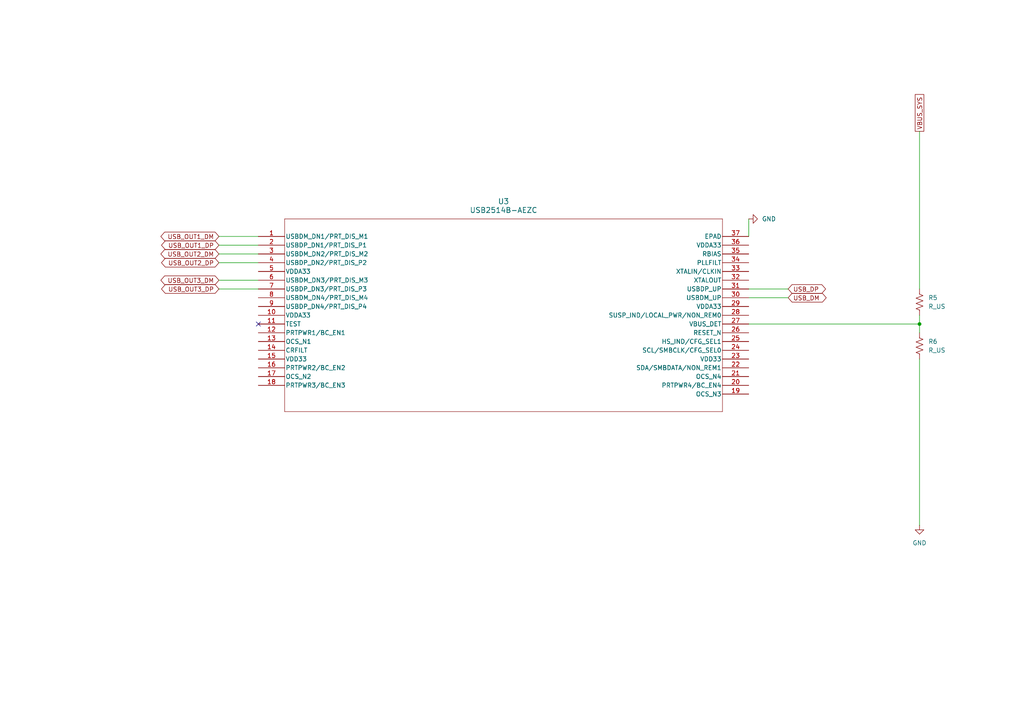
<source format=kicad_sch>
(kicad_sch
	(version 20250114)
	(generator "eeschema")
	(generator_version "9.0")
	(uuid "82fdbe28-b1e6-4cd3-a3eb-ef1f2be95fd9")
	(paper "A4")
	(lib_symbols
		(symbol "Device:R_US"
			(pin_numbers
				(hide yes)
			)
			(pin_names
				(offset 0)
			)
			(exclude_from_sim no)
			(in_bom yes)
			(on_board yes)
			(property "Reference" "R"
				(at 2.54 0 90)
				(effects
					(font
						(size 1.27 1.27)
					)
				)
			)
			(property "Value" "R_US"
				(at -2.54 0 90)
				(effects
					(font
						(size 1.27 1.27)
					)
				)
			)
			(property "Footprint" ""
				(at 1.016 -0.254 90)
				(effects
					(font
						(size 1.27 1.27)
					)
					(hide yes)
				)
			)
			(property "Datasheet" "~"
				(at 0 0 0)
				(effects
					(font
						(size 1.27 1.27)
					)
					(hide yes)
				)
			)
			(property "Description" "Resistor, US symbol"
				(at 0 0 0)
				(effects
					(font
						(size 1.27 1.27)
					)
					(hide yes)
				)
			)
			(property "ki_keywords" "R res resistor"
				(at 0 0 0)
				(effects
					(font
						(size 1.27 1.27)
					)
					(hide yes)
				)
			)
			(property "ki_fp_filters" "R_*"
				(at 0 0 0)
				(effects
					(font
						(size 1.27 1.27)
					)
					(hide yes)
				)
			)
			(symbol "R_US_0_1"
				(polyline
					(pts
						(xy 0 2.286) (xy 0 2.54)
					)
					(stroke
						(width 0)
						(type default)
					)
					(fill
						(type none)
					)
				)
				(polyline
					(pts
						(xy 0 2.286) (xy 1.016 1.905) (xy 0 1.524) (xy -1.016 1.143) (xy 0 0.762)
					)
					(stroke
						(width 0)
						(type default)
					)
					(fill
						(type none)
					)
				)
				(polyline
					(pts
						(xy 0 0.762) (xy 1.016 0.381) (xy 0 0) (xy -1.016 -0.381) (xy 0 -0.762)
					)
					(stroke
						(width 0)
						(type default)
					)
					(fill
						(type none)
					)
				)
				(polyline
					(pts
						(xy 0 -0.762) (xy 1.016 -1.143) (xy 0 -1.524) (xy -1.016 -1.905) (xy 0 -2.286)
					)
					(stroke
						(width 0)
						(type default)
					)
					(fill
						(type none)
					)
				)
				(polyline
					(pts
						(xy 0 -2.286) (xy 0 -2.54)
					)
					(stroke
						(width 0)
						(type default)
					)
					(fill
						(type none)
					)
				)
			)
			(symbol "R_US_1_1"
				(pin passive line
					(at 0 3.81 270)
					(length 1.27)
					(name "~"
						(effects
							(font
								(size 1.27 1.27)
							)
						)
					)
					(number "1"
						(effects
							(font
								(size 1.27 1.27)
							)
						)
					)
				)
				(pin passive line
					(at 0 -3.81 90)
					(length 1.27)
					(name "~"
						(effects
							(font
								(size 1.27 1.27)
							)
						)
					)
					(number "2"
						(effects
							(font
								(size 1.27 1.27)
							)
						)
					)
				)
			)
			(embedded_fonts no)
		)
		(symbol "USB2514B-AEZC:USB2514B-AEZC"
			(pin_names
				(offset 0.254)
			)
			(exclude_from_sim no)
			(in_bom yes)
			(on_board yes)
			(property "Reference" "U"
				(at 71.12 10.16 0)
				(effects
					(font
						(size 1.524 1.524)
					)
				)
			)
			(property "Value" "USB2514B-AEZC"
				(at 71.12 7.62 0)
				(effects
					(font
						(size 1.524 1.524)
					)
				)
			)
			(property "Footprint" "QFN36_6X6MC_MCH"
				(at 0 0 0)
				(effects
					(font
						(size 1.27 1.27)
						(italic yes)
					)
					(hide yes)
				)
			)
			(property "Datasheet" "USB2514B-AEZC"
				(at 0 0 0)
				(effects
					(font
						(size 1.27 1.27)
						(italic yes)
					)
					(hide yes)
				)
			)
			(property "Description" ""
				(at 0 0 0)
				(effects
					(font
						(size 1.27 1.27)
					)
					(hide yes)
				)
			)
			(property "ki_locked" ""
				(at 0 0 0)
				(effects
					(font
						(size 1.27 1.27)
					)
				)
			)
			(property "ki_keywords" "USB2514B-AEZC"
				(at 0 0 0)
				(effects
					(font
						(size 1.27 1.27)
					)
					(hide yes)
				)
			)
			(property "ki_fp_filters" "QFN36_6X6MC_MCH QFN36_6X6MC_MCH-M QFN36_6X6MC_MCH-L"
				(at 0 0 0)
				(effects
					(font
						(size 1.27 1.27)
					)
					(hide yes)
				)
			)
			(symbol "USB2514B-AEZC_0_1"
				(polyline
					(pts
						(xy 7.62 5.08) (xy 7.62 -50.8)
					)
					(stroke
						(width 0.127)
						(type default)
					)
					(fill
						(type none)
					)
				)
				(polyline
					(pts
						(xy 7.62 -50.8) (xy 134.62 -50.8)
					)
					(stroke
						(width 0.127)
						(type default)
					)
					(fill
						(type none)
					)
				)
				(polyline
					(pts
						(xy 134.62 5.08) (xy 7.62 5.08)
					)
					(stroke
						(width 0.127)
						(type default)
					)
					(fill
						(type none)
					)
				)
				(polyline
					(pts
						(xy 134.62 -50.8) (xy 134.62 5.08)
					)
					(stroke
						(width 0.127)
						(type default)
					)
					(fill
						(type none)
					)
				)
				(pin bidirectional line
					(at 0 0 0)
					(length 7.62)
					(name "USBDM_DN1/PRT_DIS_M1"
						(effects
							(font
								(size 1.27 1.27)
							)
						)
					)
					(number "1"
						(effects
							(font
								(size 1.27 1.27)
							)
						)
					)
				)
				(pin bidirectional line
					(at 0 -2.54 0)
					(length 7.62)
					(name "USBDP_DN1/PRT_DIS_P1"
						(effects
							(font
								(size 1.27 1.27)
							)
						)
					)
					(number "2"
						(effects
							(font
								(size 1.27 1.27)
							)
						)
					)
				)
				(pin bidirectional line
					(at 0 -5.08 0)
					(length 7.62)
					(name "USBDM_DN2/PRT_DIS_M2"
						(effects
							(font
								(size 1.27 1.27)
							)
						)
					)
					(number "3"
						(effects
							(font
								(size 1.27 1.27)
							)
						)
					)
				)
				(pin bidirectional line
					(at 0 -7.62 0)
					(length 7.62)
					(name "USBDP_DN2/PRT_DIS_P2"
						(effects
							(font
								(size 1.27 1.27)
							)
						)
					)
					(number "4"
						(effects
							(font
								(size 1.27 1.27)
							)
						)
					)
				)
				(pin power_in line
					(at 0 -10.16 0)
					(length 7.62)
					(name "VDDA33"
						(effects
							(font
								(size 1.27 1.27)
							)
						)
					)
					(number "5"
						(effects
							(font
								(size 1.27 1.27)
							)
						)
					)
				)
				(pin bidirectional line
					(at 0 -12.7 0)
					(length 7.62)
					(name "USBDM_DN3/PRT_DIS_M3"
						(effects
							(font
								(size 1.27 1.27)
							)
						)
					)
					(number "6"
						(effects
							(font
								(size 1.27 1.27)
							)
						)
					)
				)
				(pin bidirectional line
					(at 0 -15.24 0)
					(length 7.62)
					(name "USBDP_DN3/PRT_DIS_P3"
						(effects
							(font
								(size 1.27 1.27)
							)
						)
					)
					(number "7"
						(effects
							(font
								(size 1.27 1.27)
							)
						)
					)
				)
				(pin bidirectional line
					(at 0 -17.78 0)
					(length 7.62)
					(name "USBDM_DN4/PRT_DIS_M4"
						(effects
							(font
								(size 1.27 1.27)
							)
						)
					)
					(number "8"
						(effects
							(font
								(size 1.27 1.27)
							)
						)
					)
				)
				(pin bidirectional line
					(at 0 -20.32 0)
					(length 7.62)
					(name "USBDP_DN4/PRT_DIS_P4"
						(effects
							(font
								(size 1.27 1.27)
							)
						)
					)
					(number "9"
						(effects
							(font
								(size 1.27 1.27)
							)
						)
					)
				)
				(pin power_in line
					(at 0 -22.86 0)
					(length 7.62)
					(name "VDDA33"
						(effects
							(font
								(size 1.27 1.27)
							)
						)
					)
					(number "10"
						(effects
							(font
								(size 1.27 1.27)
							)
						)
					)
				)
				(pin bidirectional line
					(at 0 -25.4 0)
					(length 7.62)
					(name "TEST"
						(effects
							(font
								(size 1.27 1.27)
							)
						)
					)
					(number "11"
						(effects
							(font
								(size 1.27 1.27)
							)
						)
					)
				)
				(pin bidirectional line
					(at 0 -27.94 0)
					(length 7.62)
					(name "PRTPWR1/BC_EN1"
						(effects
							(font
								(size 1.27 1.27)
							)
						)
					)
					(number "12"
						(effects
							(font
								(size 1.27 1.27)
							)
						)
					)
				)
				(pin bidirectional line
					(at 0 -30.48 0)
					(length 7.62)
					(name "OCS_N1"
						(effects
							(font
								(size 1.27 1.27)
							)
						)
					)
					(number "13"
						(effects
							(font
								(size 1.27 1.27)
							)
						)
					)
				)
				(pin bidirectional line
					(at 0 -33.02 0)
					(length 7.62)
					(name "CRFILT"
						(effects
							(font
								(size 1.27 1.27)
							)
						)
					)
					(number "14"
						(effects
							(font
								(size 1.27 1.27)
							)
						)
					)
				)
				(pin power_in line
					(at 0 -35.56 0)
					(length 7.62)
					(name "VDD33"
						(effects
							(font
								(size 1.27 1.27)
							)
						)
					)
					(number "15"
						(effects
							(font
								(size 1.27 1.27)
							)
						)
					)
				)
				(pin bidirectional line
					(at 0 -38.1 0)
					(length 7.62)
					(name "PRTPWR2/BC_EN2"
						(effects
							(font
								(size 1.27 1.27)
							)
						)
					)
					(number "16"
						(effects
							(font
								(size 1.27 1.27)
							)
						)
					)
				)
				(pin bidirectional line
					(at 0 -40.64 0)
					(length 7.62)
					(name "OCS_N2"
						(effects
							(font
								(size 1.27 1.27)
							)
						)
					)
					(number "17"
						(effects
							(font
								(size 1.27 1.27)
							)
						)
					)
				)
				(pin bidirectional line
					(at 0 -43.18 0)
					(length 7.62)
					(name "PRTPWR3/BC_EN3"
						(effects
							(font
								(size 1.27 1.27)
							)
						)
					)
					(number "18"
						(effects
							(font
								(size 1.27 1.27)
							)
						)
					)
				)
				(pin unspecified line
					(at 142.24 0 180)
					(length 7.62)
					(name "EPAD"
						(effects
							(font
								(size 1.27 1.27)
							)
						)
					)
					(number "37"
						(effects
							(font
								(size 1.27 1.27)
							)
						)
					)
				)
				(pin power_in line
					(at 142.24 -2.54 180)
					(length 7.62)
					(name "VDDA33"
						(effects
							(font
								(size 1.27 1.27)
							)
						)
					)
					(number "36"
						(effects
							(font
								(size 1.27 1.27)
							)
						)
					)
				)
				(pin bidirectional line
					(at 142.24 -5.08 180)
					(length 7.62)
					(name "RBIAS"
						(effects
							(font
								(size 1.27 1.27)
							)
						)
					)
					(number "35"
						(effects
							(font
								(size 1.27 1.27)
							)
						)
					)
				)
				(pin bidirectional line
					(at 142.24 -7.62 180)
					(length 7.62)
					(name "PLLFILT"
						(effects
							(font
								(size 1.27 1.27)
							)
						)
					)
					(number "34"
						(effects
							(font
								(size 1.27 1.27)
							)
						)
					)
				)
				(pin input line
					(at 142.24 -10.16 180)
					(length 7.62)
					(name "XTALIN/CLKIN"
						(effects
							(font
								(size 1.27 1.27)
							)
						)
					)
					(number "33"
						(effects
							(font
								(size 1.27 1.27)
							)
						)
					)
				)
				(pin output line
					(at 142.24 -12.7 180)
					(length 7.62)
					(name "XTALOUT"
						(effects
							(font
								(size 1.27 1.27)
							)
						)
					)
					(number "32"
						(effects
							(font
								(size 1.27 1.27)
							)
						)
					)
				)
				(pin bidirectional line
					(at 142.24 -15.24 180)
					(length 7.62)
					(name "USBDP_UP"
						(effects
							(font
								(size 1.27 1.27)
							)
						)
					)
					(number "31"
						(effects
							(font
								(size 1.27 1.27)
							)
						)
					)
				)
				(pin bidirectional line
					(at 142.24 -17.78 180)
					(length 7.62)
					(name "USBDM_UP"
						(effects
							(font
								(size 1.27 1.27)
							)
						)
					)
					(number "30"
						(effects
							(font
								(size 1.27 1.27)
							)
						)
					)
				)
				(pin power_in line
					(at 142.24 -20.32 180)
					(length 7.62)
					(name "VDDA33"
						(effects
							(font
								(size 1.27 1.27)
							)
						)
					)
					(number "29"
						(effects
							(font
								(size 1.27 1.27)
							)
						)
					)
				)
				(pin bidirectional line
					(at 142.24 -22.86 180)
					(length 7.62)
					(name "SUSP_IND/LOCAL_PWR/NON_REM0"
						(effects
							(font
								(size 1.27 1.27)
							)
						)
					)
					(number "28"
						(effects
							(font
								(size 1.27 1.27)
							)
						)
					)
				)
				(pin bidirectional line
					(at 142.24 -25.4 180)
					(length 7.62)
					(name "VBUS_DET"
						(effects
							(font
								(size 1.27 1.27)
							)
						)
					)
					(number "27"
						(effects
							(font
								(size 1.27 1.27)
							)
						)
					)
				)
				(pin bidirectional line
					(at 142.24 -27.94 180)
					(length 7.62)
					(name "RESET_N"
						(effects
							(font
								(size 1.27 1.27)
							)
						)
					)
					(number "26"
						(effects
							(font
								(size 1.27 1.27)
							)
						)
					)
				)
				(pin bidirectional line
					(at 142.24 -30.48 180)
					(length 7.62)
					(name "HS_IND/CFG_SEL1"
						(effects
							(font
								(size 1.27 1.27)
							)
						)
					)
					(number "25"
						(effects
							(font
								(size 1.27 1.27)
							)
						)
					)
				)
				(pin bidirectional line
					(at 142.24 -33.02 180)
					(length 7.62)
					(name "SCL/SMBCLK/CFG_SEL0"
						(effects
							(font
								(size 1.27 1.27)
							)
						)
					)
					(number "24"
						(effects
							(font
								(size 1.27 1.27)
							)
						)
					)
				)
				(pin power_in line
					(at 142.24 -35.56 180)
					(length 7.62)
					(name "VDD33"
						(effects
							(font
								(size 1.27 1.27)
							)
						)
					)
					(number "23"
						(effects
							(font
								(size 1.27 1.27)
							)
						)
					)
				)
				(pin bidirectional line
					(at 142.24 -38.1 180)
					(length 7.62)
					(name "SDA/SMBDATA/NON_REM1"
						(effects
							(font
								(size 1.27 1.27)
							)
						)
					)
					(number "22"
						(effects
							(font
								(size 1.27 1.27)
							)
						)
					)
				)
				(pin bidirectional line
					(at 142.24 -40.64 180)
					(length 7.62)
					(name "OCS_N4"
						(effects
							(font
								(size 1.27 1.27)
							)
						)
					)
					(number "21"
						(effects
							(font
								(size 1.27 1.27)
							)
						)
					)
				)
				(pin bidirectional line
					(at 142.24 -43.18 180)
					(length 7.62)
					(name "PRTPWR4/BC_EN4"
						(effects
							(font
								(size 1.27 1.27)
							)
						)
					)
					(number "20"
						(effects
							(font
								(size 1.27 1.27)
							)
						)
					)
				)
				(pin bidirectional line
					(at 142.24 -45.72 180)
					(length 7.62)
					(name "OCS_N3"
						(effects
							(font
								(size 1.27 1.27)
							)
						)
					)
					(number "19"
						(effects
							(font
								(size 1.27 1.27)
							)
						)
					)
				)
			)
			(embedded_fonts no)
		)
		(symbol "power:GND"
			(power)
			(pin_numbers
				(hide yes)
			)
			(pin_names
				(offset 0)
				(hide yes)
			)
			(exclude_from_sim no)
			(in_bom yes)
			(on_board yes)
			(property "Reference" "#PWR"
				(at 0 -6.35 0)
				(effects
					(font
						(size 1.27 1.27)
					)
					(hide yes)
				)
			)
			(property "Value" "GND"
				(at 0 -3.81 0)
				(effects
					(font
						(size 1.27 1.27)
					)
				)
			)
			(property "Footprint" ""
				(at 0 0 0)
				(effects
					(font
						(size 1.27 1.27)
					)
					(hide yes)
				)
			)
			(property "Datasheet" ""
				(at 0 0 0)
				(effects
					(font
						(size 1.27 1.27)
					)
					(hide yes)
				)
			)
			(property "Description" "Power symbol creates a global label with name \"GND\" , ground"
				(at 0 0 0)
				(effects
					(font
						(size 1.27 1.27)
					)
					(hide yes)
				)
			)
			(property "ki_keywords" "global power"
				(at 0 0 0)
				(effects
					(font
						(size 1.27 1.27)
					)
					(hide yes)
				)
			)
			(symbol "GND_0_1"
				(polyline
					(pts
						(xy 0 0) (xy 0 -1.27) (xy 1.27 -1.27) (xy 0 -2.54) (xy -1.27 -1.27) (xy 0 -1.27)
					)
					(stroke
						(width 0)
						(type default)
					)
					(fill
						(type none)
					)
				)
			)
			(symbol "GND_1_1"
				(pin power_in line
					(at 0 0 270)
					(length 0)
					(name "~"
						(effects
							(font
								(size 1.27 1.27)
							)
						)
					)
					(number "1"
						(effects
							(font
								(size 1.27 1.27)
							)
						)
					)
				)
			)
			(embedded_fonts no)
		)
	)
	(junction
		(at 266.7 93.98)
		(diameter 0)
		(color 0 0 0 0)
		(uuid "e79de250-3a49-4369-9ca5-a271b1dd9c13")
	)
	(no_connect
		(at 74.93 93.98)
		(uuid "6e8368ef-9d25-4dd2-aece-b7f14fefdbae")
	)
	(wire
		(pts
			(xy 63.5 81.28) (xy 74.93 81.28)
		)
		(stroke
			(width 0)
			(type default)
		)
		(uuid "0aa88a14-bae7-4465-9505-b2e81a68a03f")
	)
	(wire
		(pts
			(xy 266.7 104.14) (xy 266.7 152.4)
		)
		(stroke
			(width 0)
			(type default)
		)
		(uuid "10e7c5dd-54d0-4e9a-b95b-e6efcd685f03")
	)
	(wire
		(pts
			(xy 63.5 76.2) (xy 74.93 76.2)
		)
		(stroke
			(width 0)
			(type default)
		)
		(uuid "32989a02-0b73-4b7e-888d-6f0ee709e84e")
	)
	(wire
		(pts
			(xy 217.17 83.82) (xy 228.6 83.82)
		)
		(stroke
			(width 0)
			(type default)
		)
		(uuid "3849dcf2-77dc-40c9-992d-066ad4052297")
	)
	(wire
		(pts
			(xy 266.7 93.98) (xy 266.7 96.52)
		)
		(stroke
			(width 0)
			(type default)
		)
		(uuid "6891a3c4-253a-4b79-9267-5067dbefa133")
	)
	(wire
		(pts
			(xy 217.17 86.36) (xy 228.6 86.36)
		)
		(stroke
			(width 0)
			(type default)
		)
		(uuid "7a239521-6b04-4f01-831a-a72589a20a40")
	)
	(wire
		(pts
			(xy 63.5 73.66) (xy 74.93 73.66)
		)
		(stroke
			(width 0)
			(type default)
		)
		(uuid "a730abe0-afd4-46ab-a3d4-6f5a6f9e7385")
	)
	(wire
		(pts
			(xy 266.7 38.1) (xy 266.7 83.82)
		)
		(stroke
			(width 0)
			(type default)
		)
		(uuid "b2efc6c5-e9db-498d-b843-cfff57a7b330")
	)
	(wire
		(pts
			(xy 63.5 71.12) (xy 74.93 71.12)
		)
		(stroke
			(width 0)
			(type default)
		)
		(uuid "c12edb4d-73f7-4eb4-aca2-6dee69801fa8")
	)
	(wire
		(pts
			(xy 63.5 68.58) (xy 74.93 68.58)
		)
		(stroke
			(width 0)
			(type default)
		)
		(uuid "cd919f9b-9064-4f3e-b3e1-9addfb9b333d")
	)
	(wire
		(pts
			(xy 217.17 63.5) (xy 217.17 68.58)
		)
		(stroke
			(width 0)
			(type default)
		)
		(uuid "d075a953-31ac-4bf5-b16b-23e5978f991f")
	)
	(wire
		(pts
			(xy 266.7 91.44) (xy 266.7 93.98)
		)
		(stroke
			(width 0)
			(type default)
		)
		(uuid "d1a24156-e714-4502-bbb2-4cf97cabb8af")
	)
	(wire
		(pts
			(xy 63.5 83.82) (xy 74.93 83.82)
		)
		(stroke
			(width 0)
			(type default)
		)
		(uuid "dd4b00c7-8d7c-45c3-85b4-0430d56e3010")
	)
	(wire
		(pts
			(xy 217.17 93.98) (xy 266.7 93.98)
		)
		(stroke
			(width 0)
			(type default)
		)
		(uuid "fcf7c6b7-6a99-460e-aaa0-50dac5266947")
	)
	(global_label "USB_OUT3_DM"
		(shape bidirectional)
		(at 63.5 81.28 180)
		(fields_autoplaced yes)
		(effects
			(font
				(size 1.27 1.27)
			)
			(justify right)
		)
		(uuid "07ea792f-f611-4299-9ed1-7dad9764f64a")
		(property "Intersheetrefs" "${INTERSHEET_REFS}"
			(at 46.0988 81.28 0)
			(effects
				(font
					(size 1.27 1.27)
				)
				(justify right)
			)
		)
	)
	(global_label "USB_DM"
		(shape bidirectional)
		(at 228.6 86.36 0)
		(fields_autoplaced yes)
		(effects
			(font
				(size 1.27 1.27)
			)
			(justify left)
		)
		(uuid "0c49b191-3d70-40bb-903c-0421b3fbc34a")
		(property "Intersheetrefs" "${INTERSHEET_REFS}"
			(at 240.1955 86.36 0)
			(effects
				(font
					(size 1.27 1.27)
				)
				(justify left)
			)
		)
	)
	(global_label "USB_DP"
		(shape bidirectional)
		(at 228.6 83.82 0)
		(fields_autoplaced yes)
		(effects
			(font
				(size 1.27 1.27)
			)
			(justify left)
		)
		(uuid "538eacb6-f053-42d7-9963-949c9580c5d6")
		(property "Intersheetrefs" "${INTERSHEET_REFS}"
			(at 240.0141 83.82 0)
			(effects
				(font
					(size 1.27 1.27)
				)
				(justify left)
			)
		)
	)
	(global_label "USB_OUT2_DM"
		(shape bidirectional)
		(at 63.5 73.66 180)
		(fields_autoplaced yes)
		(effects
			(font
				(size 1.27 1.27)
			)
			(justify right)
		)
		(uuid "7648cc21-f001-42b0-a0e2-6edeee3d45ae")
		(property "Intersheetrefs" "${INTERSHEET_REFS}"
			(at 46.0988 73.66 0)
			(effects
				(font
					(size 1.27 1.27)
				)
				(justify right)
			)
		)
	)
	(global_label "USB_OUT1_DP"
		(shape bidirectional)
		(at 63.5 71.12 180)
		(fields_autoplaced yes)
		(effects
			(font
				(size 1.27 1.27)
			)
			(justify right)
		)
		(uuid "7956f2ce-e2f6-453b-b265-7a984f6e7802")
		(property "Intersheetrefs" "${INTERSHEET_REFS}"
			(at 46.2802 71.12 0)
			(effects
				(font
					(size 1.27 1.27)
				)
				(justify right)
			)
		)
	)
	(global_label "USB_OUT1_DM"
		(shape bidirectional)
		(at 63.5 68.58 180)
		(fields_autoplaced yes)
		(effects
			(font
				(size 1.27 1.27)
			)
			(justify right)
		)
		(uuid "90cb37c3-9f0a-4bea-910f-c3ffd4eac4ad")
		(property "Intersheetrefs" "${INTERSHEET_REFS}"
			(at 46.0988 68.58 0)
			(effects
				(font
					(size 1.27 1.27)
				)
				(justify right)
			)
		)
	)
	(global_label "USB_OUT2_DP"
		(shape bidirectional)
		(at 63.5 76.2 180)
		(fields_autoplaced yes)
		(effects
			(font
				(size 1.27 1.27)
			)
			(justify right)
		)
		(uuid "a53b0731-64e7-4dbb-885e-588086897f07")
		(property "Intersheetrefs" "${INTERSHEET_REFS}"
			(at 46.2802 76.2 0)
			(effects
				(font
					(size 1.27 1.27)
				)
				(justify right)
			)
		)
	)
	(global_label "VBUS_SYS"
		(shape passive)
		(at 266.7 38.1 90)
		(fields_autoplaced yes)
		(effects
			(font
				(size 1.27 1.27)
			)
			(justify left)
		)
		(uuid "a6fc68d0-9a0f-4f92-aff7-5a7d1db95add")
		(property "Intersheetrefs" "${INTERSHEET_REFS}"
			(at 266.7 26.8523 90)
			(effects
				(font
					(size 1.27 1.27)
				)
				(justify left)
			)
		)
	)
	(global_label "USB_OUT3_DP"
		(shape bidirectional)
		(at 63.5 83.82 180)
		(fields_autoplaced yes)
		(effects
			(font
				(size 1.27 1.27)
			)
			(justify right)
		)
		(uuid "b803da95-2bbb-496c-ac60-c87631085117")
		(property "Intersheetrefs" "${INTERSHEET_REFS}"
			(at 46.2802 83.82 0)
			(effects
				(font
					(size 1.27 1.27)
				)
				(justify right)
			)
		)
	)
	(symbol
		(lib_id "USB2514B-AEZC:USB2514B-AEZC")
		(at 74.93 68.58 0)
		(unit 1)
		(exclude_from_sim no)
		(in_bom yes)
		(on_board yes)
		(dnp no)
		(fields_autoplaced yes)
		(uuid "4c88005d-7f5e-4f33-b557-1c18c2ee95f0")
		(property "Reference" "U3"
			(at 146.05 58.42 0)
			(effects
				(font
					(size 1.524 1.524)
				)
			)
		)
		(property "Value" "USB2514B-AEZC"
			(at 146.05 60.96 0)
			(effects
				(font
					(size 1.524 1.524)
				)
			)
		)
		(property "Footprint" "QFN36_6X6MC_MCH"
			(at 74.93 68.58 0)
			(effects
				(font
					(size 1.27 1.27)
					(italic yes)
				)
				(hide yes)
			)
		)
		(property "Datasheet" "USB2514B-AEZC"
			(at 74.93 68.58 0)
			(effects
				(font
					(size 1.27 1.27)
					(italic yes)
				)
				(hide yes)
			)
		)
		(property "Description" ""
			(at 74.93 68.58 0)
			(effects
				(font
					(size 1.27 1.27)
				)
				(hide yes)
			)
		)
		(pin "5"
			(uuid "7d78acb6-18c5-42be-ab20-9f0007e5274d")
		)
		(pin "8"
			(uuid "59841952-f36e-4fba-84aa-1cd64a8b4eed")
		)
		(pin "30"
			(uuid "02bd6d9d-90be-41df-b384-b3235469d2c4")
		)
		(pin "12"
			(uuid "7f4e5699-c8be-4f47-8df2-b0700f2421b7")
		)
		(pin "27"
			(uuid "35efdee6-69df-486c-816e-a1a1a0c1f503")
		)
		(pin "13"
			(uuid "f8477a3f-9ddb-436c-8f45-4f6867aadf99")
		)
		(pin "18"
			(uuid "8d985250-22f0-450f-bf21-c3c48a7804c9")
		)
		(pin "15"
			(uuid "d8b90acc-054c-40b5-b717-a3ec2b68c347")
		)
		(pin "31"
			(uuid "f99412b2-84e6-40bf-b363-f6e04c438e1f")
		)
		(pin "33"
			(uuid "9d74ef80-074f-4a94-acba-a3c8bf8275b6")
		)
		(pin "22"
			(uuid "b0cd59c1-46b0-4af4-90a9-546ed04aa958")
		)
		(pin "6"
			(uuid "2ff8d8bb-6721-4836-ab19-2532e8b05fbb")
		)
		(pin "34"
			(uuid "2e3f44fc-8019-4b10-ae7a-9536cab9d850")
		)
		(pin "1"
			(uuid "6057dfb1-c100-464b-937d-880e10d8a464")
		)
		(pin "10"
			(uuid "5be86e08-6c42-4b28-aa3b-ba646277ce28")
		)
		(pin "14"
			(uuid "d0c64cb9-c3f6-4d50-acd1-739452dd2e60")
		)
		(pin "16"
			(uuid "80ddbdbd-c3c1-49e4-992e-a1df540ba4b6")
		)
		(pin "11"
			(uuid "b78a0956-0dab-48ed-844e-07628744bb2d")
		)
		(pin "19"
			(uuid "16ef7fa5-04d9-4e0a-be0b-1eb0465ba342")
		)
		(pin "2"
			(uuid "677d6046-70b8-4eca-a142-b74ae9022da1")
		)
		(pin "21"
			(uuid "d8759124-3caa-4054-8dca-73289aed97f7")
		)
		(pin "20"
			(uuid "c6fa16c5-302f-4122-b1b3-e84672711710")
		)
		(pin "24"
			(uuid "7b025471-e303-4009-9a37-a82fcf644301")
		)
		(pin "25"
			(uuid "202a0153-7356-49a3-86df-ab08d928be6f")
		)
		(pin "26"
			(uuid "a0075d8d-63b1-4007-8388-f54f02fd8d4d")
		)
		(pin "32"
			(uuid "3e7285fe-64b8-4c6a-9dc4-47899f556150")
		)
		(pin "35"
			(uuid "0f6bcb5a-5125-4fc7-9fca-2b620ed61ee3")
		)
		(pin "36"
			(uuid "3dc31e29-fdb5-48f2-84a8-2a8e78b0e2ba")
		)
		(pin "29"
			(uuid "c2e9e4a9-3c77-4161-9f90-64f714dbad35")
		)
		(pin "17"
			(uuid "be679ca1-b4b7-4015-88ae-d39afee7dfcc")
		)
		(pin "23"
			(uuid "50426399-5992-405a-8e47-d19c7c0ba31f")
		)
		(pin "3"
			(uuid "6cfe5732-1d87-4201-9f7f-596251197bcd")
		)
		(pin "37"
			(uuid "9c4ae48d-9607-4037-88c9-c0da788276b8")
		)
		(pin "28"
			(uuid "f5f9692c-01f8-446f-a70c-1eb826951c5e")
		)
		(pin "4"
			(uuid "9249f704-a46c-4229-bc43-b6b2996cb1f7")
		)
		(pin "7"
			(uuid "58ebfe8e-961c-4e7b-93e5-d6cbe13ab72d")
		)
		(pin "9"
			(uuid "b9baade7-2c67-49d7-b59c-a1c090226ecb")
		)
		(instances
			(project ""
				(path "/432eeaeb-5c19-4b62-9914-84847c26b6b8/523aeb3d-3d3e-48d0-b9e5-76181bd18eb4"
					(reference "U3")
					(unit 1)
				)
			)
		)
	)
	(symbol
		(lib_id "Device:R_US")
		(at 266.7 100.33 0)
		(unit 1)
		(exclude_from_sim no)
		(in_bom yes)
		(on_board yes)
		(dnp no)
		(fields_autoplaced yes)
		(uuid "74e4c579-a437-4a9c-866d-e85f9dc218fe")
		(property "Reference" "R6"
			(at 269.24 99.0599 0)
			(effects
				(font
					(size 1.27 1.27)
				)
				(justify left)
			)
		)
		(property "Value" "R_US"
			(at 269.24 101.5999 0)
			(effects
				(font
					(size 1.27 1.27)
				)
				(justify left)
			)
		)
		(property "Footprint" ""
			(at 267.716 100.584 90)
			(effects
				(font
					(size 1.27 1.27)
				)
				(hide yes)
			)
		)
		(property "Datasheet" "~"
			(at 266.7 100.33 0)
			(effects
				(font
					(size 1.27 1.27)
				)
				(hide yes)
			)
		)
		(property "Description" "Resistor, US symbol"
			(at 266.7 100.33 0)
			(effects
				(font
					(size 1.27 1.27)
				)
				(hide yes)
			)
		)
		(pin "2"
			(uuid "49b707d0-af72-43d4-9f94-73a77b87bbc7")
		)
		(pin "1"
			(uuid "eea14f67-a2d9-43f9-9b2f-7fe1058eb1eb")
		)
		(instances
			(project ""
				(path "/432eeaeb-5c19-4b62-9914-84847c26b6b8/523aeb3d-3d3e-48d0-b9e5-76181bd18eb4"
					(reference "R6")
					(unit 1)
				)
			)
		)
	)
	(symbol
		(lib_id "power:GND")
		(at 217.17 63.5 90)
		(unit 1)
		(exclude_from_sim no)
		(in_bom yes)
		(on_board yes)
		(dnp no)
		(fields_autoplaced yes)
		(uuid "95a51922-4774-40da-b13b-89f0295f5b3b")
		(property "Reference" "#PWR09"
			(at 223.52 63.5 0)
			(effects
				(font
					(size 1.27 1.27)
				)
				(hide yes)
			)
		)
		(property "Value" "GND"
			(at 220.98 63.4999 90)
			(effects
				(font
					(size 1.27 1.27)
				)
				(justify right)
			)
		)
		(property "Footprint" ""
			(at 217.17 63.5 0)
			(effects
				(font
					(size 1.27 1.27)
				)
				(hide yes)
			)
		)
		(property "Datasheet" ""
			(at 217.17 63.5 0)
			(effects
				(font
					(size 1.27 1.27)
				)
				(hide yes)
			)
		)
		(property "Description" "Power symbol creates a global label with name \"GND\" , ground"
			(at 217.17 63.5 0)
			(effects
				(font
					(size 1.27 1.27)
				)
				(hide yes)
			)
		)
		(pin "1"
			(uuid "eb181bc8-8acc-404b-b557-ca3b344061d5")
		)
		(instances
			(project "Main"
				(path "/432eeaeb-5c19-4b62-9914-84847c26b6b8/523aeb3d-3d3e-48d0-b9e5-76181bd18eb4"
					(reference "#PWR09")
					(unit 1)
				)
			)
		)
	)
	(symbol
		(lib_id "power:GND")
		(at 266.7 152.4 0)
		(unit 1)
		(exclude_from_sim no)
		(in_bom yes)
		(on_board yes)
		(dnp no)
		(fields_autoplaced yes)
		(uuid "c41ed90a-716b-4484-8103-77dd806ac76d")
		(property "Reference" "#PWR08"
			(at 266.7 158.75 0)
			(effects
				(font
					(size 1.27 1.27)
				)
				(hide yes)
			)
		)
		(property "Value" "GND"
			(at 266.7 157.48 0)
			(effects
				(font
					(size 1.27 1.27)
				)
			)
		)
		(property "Footprint" ""
			(at 266.7 152.4 0)
			(effects
				(font
					(size 1.27 1.27)
				)
				(hide yes)
			)
		)
		(property "Datasheet" ""
			(at 266.7 152.4 0)
			(effects
				(font
					(size 1.27 1.27)
				)
				(hide yes)
			)
		)
		(property "Description" "Power symbol creates a global label with name \"GND\" , ground"
			(at 266.7 152.4 0)
			(effects
				(font
					(size 1.27 1.27)
				)
				(hide yes)
			)
		)
		(pin "1"
			(uuid "3634751a-e626-4ed5-b041-81b141767ad2")
		)
		(instances
			(project ""
				(path "/432eeaeb-5c19-4b62-9914-84847c26b6b8/523aeb3d-3d3e-48d0-b9e5-76181bd18eb4"
					(reference "#PWR08")
					(unit 1)
				)
			)
		)
	)
	(symbol
		(lib_id "Device:R_US")
		(at 266.7 87.63 0)
		(unit 1)
		(exclude_from_sim no)
		(in_bom yes)
		(on_board yes)
		(dnp no)
		(fields_autoplaced yes)
		(uuid "d91d718d-4aa8-490a-b2f5-754c17e10893")
		(property "Reference" "R5"
			(at 269.24 86.3599 0)
			(effects
				(font
					(size 1.27 1.27)
				)
				(justify left)
			)
		)
		(property "Value" "R_US"
			(at 269.24 88.8999 0)
			(effects
				(font
					(size 1.27 1.27)
				)
				(justify left)
			)
		)
		(property "Footprint" ""
			(at 267.716 87.884 90)
			(effects
				(font
					(size 1.27 1.27)
				)
				(hide yes)
			)
		)
		(property "Datasheet" "~"
			(at 266.7 87.63 0)
			(effects
				(font
					(size 1.27 1.27)
				)
				(hide yes)
			)
		)
		(property "Description" "Resistor, US symbol"
			(at 266.7 87.63 0)
			(effects
				(font
					(size 1.27 1.27)
				)
				(hide yes)
			)
		)
		(pin "1"
			(uuid "299e3cde-fc0e-407f-903e-20e8d957ef69")
		)
		(pin "2"
			(uuid "b76b0652-e9a6-4035-9a49-be5ab980697d")
		)
		(instances
			(project ""
				(path "/432eeaeb-5c19-4b62-9914-84847c26b6b8/523aeb3d-3d3e-48d0-b9e5-76181bd18eb4"
					(reference "R5")
					(unit 1)
				)
			)
		)
	)
)

</source>
